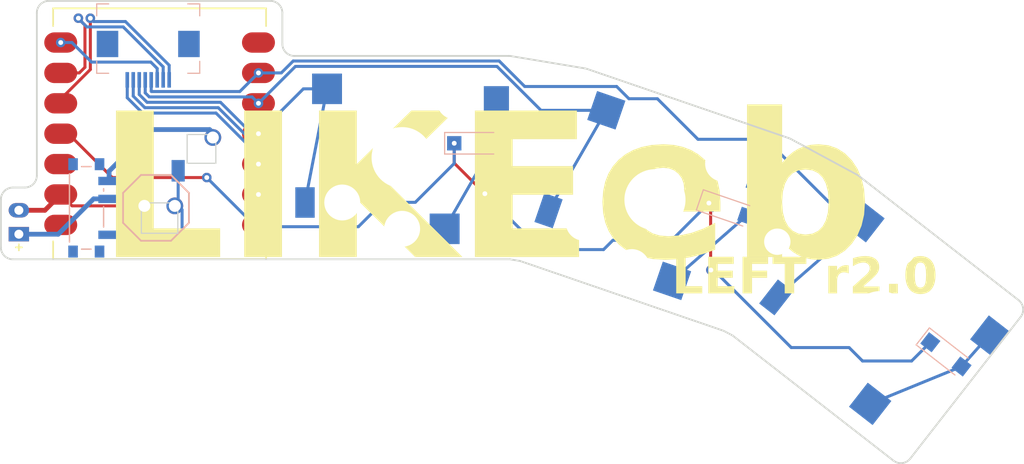
<source format=kicad_pcb>
(kicad_pcb (version 20221018) (generator pcbnew)
  (title_block (title "left_thumbs") (rev "rev1.4") (company "nikservik"))
  (layers (0 "F.Cu" signal) (31 "B.Cu" signal) (34 "B.Paste" user) (35 "F.Paste" user) (36 "B.SilkS" user "B.Silkscreen") (37 "F.SilkS" user "F.Silkscreen") (38 "B.Mask" user) (39 "F.Mask" user) (44 "Edge.Cuts" user))
  (net 0 "")
  (net 1 "C3")
  (net 2 "R4")
  (net 3 "S1_s2d")
  (net 4 "C4")
  (net 5 "S2_s2d")
  (net 6 "C5")
  (net 7 "S3_s2d")
  (net 8 "P0")
  (net 9 "C1")
  (net 10 "C2")
  (net 11 "P6")
  (net 12 "R1")
  (net 13 "R2")
  (net 14 "R3")
  (net 15 "RAW3V3")
  (net 16 "GND")
  (net 17 "RAW5V")
  (net 18 "BATP")
  (net 19 "RST")
  (net 20 "BAT_P")
  (footprint "E73:SW_TACT_ALPS_SKQGABE010" (layer "F.Cu") (at 219.741967 46.08441 90)
    (fp_text reference "B1" hide)
    (fp_text value "" hide)
    (fp_line (start -2.75 -1.25) (end -2.75 1.25) (stroke (width 0.15)) (layer "B.SilkS"))
    (fp_line (start -2.75 -1.25) (end -1.25 -2.75) (stroke (width 0.15)) (layer "B.SilkS"))
    (fp_line (start -2.75 1.25) (end -1.25 2.75) (stroke (width 0.15)) (layer "B.SilkS"))
    (fp_line (start -1.25 -2.75) (end 1.25 -2.75) (stroke (width 0.15)) (layer "B.SilkS"))
    (fp_line (start -1.25 2.75) (end 1.25 2.75) (stroke (width 0.15)) (layer "B.SilkS"))
    (fp_line (start 2.75 -1.25) (end 1.25 -2.75) (stroke (width 0.15)) (layer "B.SilkS"))
    (fp_line (start 2.75 -1.25) (end 2.75 1.25) (stroke (width 0.15)) (layer "B.SilkS"))
    (fp_line (start 2.75 1.25) (end 1.25 2.75) (stroke (width 0.15)) (layer "B.SilkS"))
    (pad "1" smd rect (at -3.1 -1.85 90) (size 1.8 1.1) (layers "B.Cu" "B.Paste" "B.Mask") (net 16 "GND"))
    (pad "1" smd rect (at 3.1 -1.85 90) (size 1.8 1.1) (layers "B.Cu" "B.Paste" "B.Mask") (net 16 "GND"))
    (pad "2" smd rect (at -3.1 1.85 90) (size 1.8 1.1) (layers "B.Cu" "B.Paste" "B.Mask") (net 19 "RST"))
    (pad "2" smd rect (at 3.1 1.85 90) (size 1.8 1.1) (layers "B.Cu" "B.Paste" "B.Mask") (net 19 "RST"))
  )
  (footprint "KS33PG1353" (layer "F.Cu") (at 280.224404 55.589614 -37.904)
    (fp_text reference "S3" hide)
    (fp_text value "" hide)
    (pad "" np_thru_hole circle (at -5 3.75) (size 3 3) (drill 3) (layers "*.Cu" "*.Mask"))
    (pad "" np_thru_hole circle (at -2.6 -5.75) (size 3 3) (drill 3) (layers "*.Cu" "*.Mask"))
    (pad "" np_thru_hole circle (at 0 0) (size 5.1 5.1) (drill 5.1) (layers "*.Cu" "*.Mask"))
    (pad "" np_thru_hole circle (at 0 5.95) (size 3 3) (drill 3) (layers "*.Cu" "*.Mask"))
    (pad "" np_thru_hole circle (at 4.4 -4.7) (size 3 3) (drill 3) (layers "*.Cu" "*.Mask"))
    (pad "1" smd rect (at -6.27 -5.75 322.096) (size 2.5 2.55) (layers "B.Cu" "B.Paste" "B.Mask") (net 6 "C5"))
    (pad "1" smd rect (at 3.55 5.95 322.096) (size 2.5 2.55) (layers "B.Cu" "B.Paste" "B.Mask") (net 7 "S3_s2d"))
    (pad "2" smd rect (at -8.11 3.75 322.096) (size 1.62 2.55) (layers "B.Cu" "B.Paste" "B.Mask") (net 6 "C5"))
    (pad "2" smd rect (at 7.87 -4.7 322.096) (size 2.1 2.55) (layers "B.Cu" "B.Paste" "B.Mask") (net 7 "S3_s2d"))
  )
  (footprint "Seeeduino XIAO nRF52840" (layer "F.Cu") (at 220.041967 39.88441 180)
    (fp_text reference "_1" hide)
    (fp_text value "" hide)
    (fp_line (start -8.89 -10.48) (end -8.89 -9) (stroke (width 0.15)) (layer "F.SilkS"))
    (fp_line (start -8.89 10.48) (end -8.89 9) (stroke (width 0.15)) (layer "F.SilkS"))
    (fp_line (start -8.89 10.48) (end 8.89 10.48) (stroke (width 0.15)) (layer "F.SilkS"))
    (fp_line (start 8.89 -10.48) (end -8.89 -10.48) (stroke (width 0.15)) (layer "F.SilkS"))
    (fp_line (start 8.89 -10.48) (end 8.89 -9) (stroke (width 0.15)) (layer "F.SilkS"))
    (fp_line (start 8.89 10.48) (end 8.89 9) (stroke (width 0.15)) (layer "F.SilkS"))
    (fp_line (start -4.695 -2.472) (end -2.3 -2.472) (stroke (width 0.1)) (layer "Edge.Cuts"))
    (fp_line (start -4.695 -0.567) (end -4.695 -2.472) (stroke (width 0.1)) (layer "Edge.Cuts"))
    (fp_line (start -4.195 -0.567) (end -4.695 -0.567) (stroke (width 0.1)) (layer "Edge.Cuts"))
    (fp_line (start -4.195 -0.067) (end -4.195 -0.567) (stroke (width 0.1)) (layer "Edge.Cuts"))
    (fp_line (start -2.3 -2.472) (end -2.3 -0.067) (stroke (width 0.1)) (layer "Edge.Cuts"))
    (fp_line (start -2.3 -0.067) (end -4.195 -0.067) (stroke (width 0.1)) (layer "Edge.Cuts"))
    (fp_line (start -1.52 -8.322) (end 1.52 -8.322) (stroke (width 0.1)) (layer "Edge.Cuts"))
    (fp_line (start -1.52 -6.282) (end -1.52 -8.322) (stroke (width 0.1)) (layer "Edge.Cuts"))
    (fp_line (start -1.02 -6.282) (end -1.52 -6.282) (stroke (width 0.1)) (layer "Edge.Cuts"))
    (fp_line (start -1.02 -5.782) (end -1.02 -6.282) (stroke (width 0.1)) (layer "Edge.Cuts"))
    (fp_line (start 1.02 -6.282) (end 1.02 -5.782) (stroke (width 0.1)) (layer "Edge.Cuts"))
    (fp_line (start 1.02 -5.782) (end -1.02 -5.782) (stroke (width 0.1)) (layer "Edge.Cuts"))
    (fp_line (start 1.52 -8.322) (end 1.52 -6.282) (stroke (width 0.1)) (layer "Edge.Cuts"))
    (fp_line (start 1.52 -6.282) (end 1.02 -6.282) (stroke (width 0.1)) (layer "Edge.Cuts"))
    (pad "" thru_hole circle (at -4.445 -0.317) (size 1.4 1.4) (drill 1) (layers "*.Cu" "*.Mask") (net 18 "BATP"))
    (pad "" thru_hole circle (at -1.27 -6.033) (size 1.4 1.4) (drill 1) (layers "*.Cu" "*.Mask") (net 19 "RST"))
    (pad "" thru_hole circle (at 1.27 -6.033) (size 1.4 1.4) (drill 1) (layers "*.Cu" "*.Mask") (net 16 "GND"))
    (pad "1" smd oval (at -8.255 -7.62 180) (size 2.75 1.7) (layers "F.Cu" "F.Paste" "F.Mask") (net 8 "P0"))
    (pad "2" smd oval (at -8.255 -5.08 180) (size 2.75 1.7) (layers "F.Cu" "F.Paste" "F.Mask") (net 9 "C1"))
    (pad "3" smd oval (at -8.255 -2.54 180) (size 2.75 1.7) (layers "F.Cu" "F.Paste" "F.Mask") (net 10 "C2"))
    (pad "4" smd oval (at -8.255 0 180) (size 2.75 1.7) (layers "F.Cu" "F.Paste" "F.Mask") (net 1 "C3"))
    (pad "5" smd oval (at -8.255 2.54 180) (size 2.75 1.7) (layers "F.Cu" "F.Paste" "F.Mask") (net 4 "C4"))
    (pad "6" smd oval (at -8.255 5.08 180) (size 2.75 1.7) (layers "F.Cu" "F.Paste" "F.Mask") (net 6 "C5"))
    (pad "7" smd oval (at -8.255 7.62 180) (size 2.75 1.7) (layers "F.Cu" "F.Paste" "F.Mask") (net 11 "P6"))
    (pad "8" smd oval (at 8.255 7.62 180) (size 2.75 1.7) (layers "F.Cu" "F.Paste" "F.Mask") (net 12 "R1"))
    (pad "9" smd oval (at 8.255 5.08 180) (size 2.75 1.7) (layers "F.Cu" "F.Paste" "F.Mask") (net 13 "R2"))
    (pad "10" smd oval (at 8.255 2.54 180) (size 2.75 1.7) (layers "F.Cu" "F.Paste" "F.Mask") (net 14 "R3"))
    (pad "11" smd oval (at 8.255 0 180) (size 2.75 1.7) (layers "F.Cu" "F.Paste" "F.Mask") (net 2 "R4"))
    (pad "12" smd oval (at 8.255 -2.54 180) (size 2.75 1.7) (layers "F.Cu" "F.Paste" "F.Mask") (net 15 "RAW3V3"))
    (pad "13" smd oval (at 8.255 -5.08 180) (size 2.75 1.7) (layers "F.Cu" "F.Paste" "F.Mask") (net 16 "GND"))
    (pad "14" smd oval (at 8.255 -7.62 180) (size 2.75 1.7) (layers "F.Cu" "F.Paste" "F.Mask") (net 17 "RAW5V"))
  )
  (footprint "MountingHole_2.2mm_M2_Pad_Via" (layer "F.Cu") (at 271.61651 48.91199 -18.952)
    (fp_text reference "_3" hide)
    (fp_text value "" (at 0 0 -18.952) (layer "F.SilkS") (effects (font (size 1.27 1.27))))
    (pad "" np_thru_hole circle (at 0 0) (size 2.2 2.2) (drill 2.2) (layers "*.Cu" "*.Mask"))
  )
  (footprint "KS33PG1353" (layer "F.Cu") (at 261.401967 45.40441 -18.952)
    (fp_text reference "S2" hide)
    (fp_text value "" hide)
    (pad "" np_thru_hole circle (at -5 3.75) (size 3 3) (drill 3) (layers "*.Cu" "*.Mask"))
    (pad "" np_thru_hole circle (at -2.6 -5.75) (size 3 3) (drill 3) (layers "*.Cu" "*.Mask"))
    (pad "" np_thru_hole circle (at 0 0) (size 5.1 5.1) (drill 5.1) (layers "*.Cu" "*.Mask"))
    (pad "" np_thru_hole circle (at 0 5.95) (size 3 3) (drill 3) (layers "*.Cu" "*.Mask"))
    (pad "" np_thru_hole circle (at 4.4 -4.7) (size 3 3) (drill 3) (layers "*.Cu" "*.Mask"))
    (pad "1" smd rect (at -6.27 -5.75 341.048) (size 2.5 2.55) (layers "B.Cu" "B.Paste" "B.Mask") (net 4 "C4"))
    (pad "1" smd rect (at 3.55 5.95 341.048) (size 2.5 2.55) (layers "B.Cu" "B.Paste" "B.Mask") (net 5 "S2_s2d"))
    (pad "2" smd rect (at -8.11 3.75 341.048) (size 1.62 2.55) (layers "B.Cu" "B.Paste" "B.Mask") (net 4 "C4"))
    (pad "2" smd rect (at 7.87 -4.7 341.048) (size 2.1 2.55) (layers "B.Cu" "B.Paste" "B.Mask") (net 5 "S2_s2d"))
  )
  (footprint "BatteryPad" (layer "F.Cu") (at 208.291967 47.28441 90)
    (fp_text reference "BAT1" hide)
    (fp_text value "" hide)
    (fp_line (start -2.1 -0.25) (end -2.1 0.25) (stroke (width 0.15)) (layer "F.SilkS"))
    (fp_line (start -1.85 0) (end -2.35 0) (stroke (width 0.15)) (layer "F.SilkS"))
    (pad "1" thru_hole rect (at -1 0 90) (size 1.2 1.7) (drill 0.75) (layers "*.Cu" "*.Mask") (net 20 "BAT_P"))
    (pad "2" thru_hole oval (at 1 0 90) (size 1.2 1.7) (drill 0.75) (layers "*.Cu" "*.Mask") (net 16 "GND"))
  )
  (footprint "power_switch" (layer "F.Cu") (at 213.941967 46.08441 180)
    (fp_text reference "" (at 0 0 180) (layer "F.SilkS") (effects (font (size 1.27 1.27))))
    (fp_text value "" (at 0 0 180) (layer "F.SilkS") (effects (font (size 1.27 1.27))))
    (fp_line (start -1.425 -1.6) (end -1.425 0.1) (stroke (width 0.12)) (layer "B.SilkS"))
    (fp_line (start -1.425 1.4) (end -1.425 1.6) (stroke (width 0.12)) (layer "B.SilkS"))
    (fp_line (start -0.375 -3.45) (end 0.415 -3.45) (stroke (width 0.12)) (layer "B.SilkS"))
    (fp_line (start 0.415 3.45) (end -0.375 3.45) (stroke (width 0.12)) (layer "B.SilkS"))
    (fp_line (start 1.425 -2.85) (end 1.425 2.85) (stroke (width 0.12)) (layer "B.SilkS"))
    (pad "" smd rect (at -1.085 -3.65 90) (size 1 0.8) (layers "B.Cu" "B.Paste" "B.Mask"))
    (pad "" smd rect (at -1.085 3.65 90) (size 1 0.8) (layers "B.Cu" "B.Paste" "B.Mask"))
    (pad "" np_thru_hole circle (at 0.025 -1.5 270) (size 0.9 0.9) (drill 0.9) (layers "*.Cu" "*.Mask"))
    (pad "" np_thru_hole circle (at 0.025 1.5 270) (size 0.9 0.9) (drill 0.9) (layers "*.Cu" "*.Mask"))
    (pad "" smd rect (at 1.125 -3.65 90) (size 1 0.8) (layers "B.Cu" "B.Paste" "B.Mask"))
    (pad "" smd rect (at 1.125 3.65 90) (size 1 0.8) (layers "B.Cu" "B.Paste" "B.Mask"))
    (pad "4" smd rect (at -1.735 2.25 90) (size 0.7 1.5) (layers "B.Cu" "B.Paste" "B.Mask") (net 18 "BATP"))
    (pad "5" smd rect (at -1.735 0.75 90) (size 0.7 1.5) (layers "B.Cu" "B.Paste" "B.Mask") (net 20 "BAT_P"))
    (pad "6" smd rect (at -1.735 -2.25 90) (size 0.7 1.5) (layers "B.Cu" "B.Paste" "B.Mask"))
  )
  (footprint "KS33PG1353" (layer "F.Cu") (at 240.291967 41.88441)
    (fp_text reference "S1" hide)
    (fp_text value "" hide)
    (pad "" np_thru_hole circle (at -5 3.75) (size 3 3) (drill 3) (layers "*.Cu" "*.Mask"))
    (pad "" np_thru_hole circle (at -2.6 -5.75) (size 3 3) (drill 3) (layers "*.Cu" "*.Mask"))
    (pad "" np_thru_hole circle (at 0 0) (size 5.1 5.1) (drill 5.1) (layers "*.Cu" "*.Mask"))
    (pad "" np_thru_hole circle (at 0 5.95) (size 3 3) (drill 3) (layers "*.Cu" "*.Mask"))
    (pad "" np_thru_hole circle (at 4.4 -4.7) (size 3 3) (drill 3) (layers "*.Cu" "*.Mask"))
    (pad "1" smd rect (at -6.27 -5.75) (size 2.5 2.55) (layers "B.Cu" "B.Paste" "B.Mask") (net 1 "C3"))
    (pad "1" smd rect (at 3.55 5.95) (size 2.5 2.55) (layers "B.Cu" "B.Paste" "B.Mask") (net 3 "S1_s2d"))
    (pad "2" smd rect (at -8.11 3.75) (size 1.62 2.55) (layers "B.Cu" "B.Paste" "B.Mask") (net 1 "C3"))
    (pad "2" smd rect (at 7.87 -4.7) (size 2.1 2.55) (layers "B.Cu" "B.Paste" "B.Mask") (net 3 "S1_s2d"))
  )
  (footprint "SmdDiode" (layer "B.Cu") (at 280.224404 55.589614 -37.904)
    (fp_text reference "" (at 0 0 -37.904) (layer "F.SilkS") (effects (font (size 1.27 1.27))))
    (fp_text value "" (at 0 0 -37.904) (layer "F.SilkS") (effects (font (size 1.27 1.27))))
    (fp_line (start 3.55 -2.1) (end 7.65 -2.1) (stroke (width 0.1)) (layer "B.SilkS"))
    (fp_line (start 3.55 -0.3) (end 3.55 -2.1) (stroke (width 0.1)) (layer "B.SilkS"))
    (fp_line (start 7.65 -0.3) (end 3.55 -0.3) (stroke (width 0.1)) (layer "B.SilkS"))
    (pad "1" smd rect (at 7.65 -1.2 322.096) (size 1.2 1.2) (layers "B.Cu" "B.Paste" "B.Mask") (net 7 "S3_s2d"))
    (pad "2" smd rect (at 4.35 -1.2 322.096) (size 1.2 1.2) (layers "B.Cu" "B.Paste" "B.Mask") (net 2 "R4"))
  )
  (footprint "SmdDiode" (layer "B.Cu") (at 261.401967 45.40441 -18.952)
    (fp_text reference "" (at 0 0 -18.952) (layer "F.SilkS") (effects (font (size 1.27 1.27))))
    (fp_text value "" (at 0 0 -18.952) (layer "F.SilkS") (effects (font (size 1.27 1.27))))
    (fp_line (start 3.55 -2.1) (end 7.65 -2.1) (stroke (width 0.1)) (layer "B.SilkS"))
    (fp_line (start 3.55 -0.3) (end 3.55 -2.1) (stroke (width 0.1)) (layer "B.SilkS"))
    (fp_line (start 7.65 -0.3) (end 3.55 -0.3) (stroke (width 0.1)) (layer "B.SilkS"))
    (pad "1" smd rect (at 7.65 -1.2 341.048) (size 1.2 1.2) (layers "B.Cu" "B.Paste" "B.Mask") (net 5 "S2_s2d"))
    (pad "2" smd rect (at 4.35 -1.2 341.048) (size 1.2 1.2) (layers "B.Cu" "B.Paste" "B.Mask") (net 2 "R4"))
  )
  (footprint "SmdDiode" (layer "B.Cu") (at 240.291967 41.88441)
    (fp_text reference "" (at 0 0) (layer "F.SilkS") (effects (font (size 1.27 1.27))))
    (fp_text value "" (at 0 0) (layer "F.SilkS") (effects (font (size 1.27 1.27))))
    (fp_line (start 3.55 -2.1) (end 7.65 -2.1) (stroke (width 0.1)) (layer "B.SilkS"))
    (fp_line (start 3.55 -0.3) (end 3.55 -2.1) (stroke (width 0.1)) (layer "B.SilkS"))
    (fp_line (start 7.65 -0.3) (end 3.55 -0.3) (stroke (width 0.1)) (layer "B.SilkS"))
    (pad "1" smd rect (at 7.65 -1.2) (size 1.2 1.2) (layers "B.Cu" "B.Paste" "B.Mask") (net 3 "S1_s2d"))
    (pad "2" smd rect (at 4.35 -1.2) (size 1.2 1.2) (layers "B.Cu" "B.Paste" "B.Mask") (net 2 "R4"))
  )
  (footprint "HKW FPC Socket" (layer "B.Cu") (at 219.091967 32.38441)
    (fp_text reference "_2" hide)
    (fp_text value "" hide)
    (fp_line (start -4.3 -3.35) (end -4.3 -2.35) (stroke (width 0.1)) (layer "B.SilkS"))
    (fp_line (start -4.3 -3.35) (end -3.3 -3.35) (stroke (width 0.1)) (layer "B.SilkS"))
    (fp_line (start -4.3 2.45) (end -4.3 1.45) (stroke (width 0.1)) (layer "B.SilkS"))
    (fp_line (start -4.3 2.45) (end -3.3 2.45) (stroke (width 0.1)) (layer "B.SilkS"))
    (fp_line (start 4.3 -3.35) (end 3.3 -3.35) (stroke (width 0.1)) (layer "B.SilkS"))
    (fp_line (start 4.3 -3.35) (end 4.3 -2.35) (stroke (width 0.1)) (layer "B.SilkS"))
    (fp_line (start 4.3 2.45) (end 3.3 2.45) (stroke (width 0.1)) (layer "B.SilkS"))
    (fp_line (start 4.3 2.45) (end 4.3 1.45) (stroke (width 0.1)) (layer "B.SilkS"))
    (pad "" smd rect (at -3.4 0) (size 1.8 2.2) (layers "B.Cu" "B.Paste" "B.Mask"))
    (pad "" smd rect (at 3.4 0) (size 1.8 2.2) (layers "B.Cu" "B.Paste" "B.Mask"))
    (pad "1" smd rect (at -1.75 3) (size 0.3 1.3) (layers "B.Cu" "B.Paste" "B.Mask") (net 9 "C1"))
    (pad "2" smd rect (at -1.25 3) (size 0.3 1.3) (layers "B.Cu" "B.Paste" "B.Mask") (net 10 "C2"))
    (pad "3" smd rect (at -0.75 3) (size 0.3 1.3) (layers "B.Cu" "B.Paste" "B.Mask") (net 1 "C3"))
    (pad "4" smd rect (at -0.25 3) (size 0.3 1.3) (layers "B.Cu" "B.Paste" "B.Mask") (net 4 "C4"))
    (pad "5" smd rect (at 0.25 3) (size 0.3 1.3) (layers "B.Cu" "B.Paste" "B.Mask") (net 6 "C5"))
    (pad "6" smd rect (at 0.75 3) (size 0.3 1.3) (layers "B.Cu" "B.Paste" "B.Mask") (net 12 "R1"))
    (pad "7" smd rect (at 1.25 3) (size 0.3 1.3) (layers "B.Cu" "B.Paste" "B.Mask") (net 13 "R2"))
    (pad "8" smd rect (at 1.75 3) (size 0.3 1.3) (layers "B.Cu" "B.Paste" "B.Mask") (net 14 "R3"))
  )
  (gr_arc (start 209.791967 43.38441) (mid 209.499074 44.091517) (end 208.791967 44.38441) (stroke (width 0.15)) (layer "Edge.Cuts"))
  (gr_line (start 267.901141 56.767402) (end 281.314841 67.211187) (stroke (width 0.15)) (layer "Edge.Cuts"))
  (gr_arc (start 249.209355 33.38441) (mid 249.291687 33.387805) (end 249.373459 33.397967) (stroke (width 0.15)) (layer "Edge.Cuts"))
  (gr_arc (start 231.291967 33.38441) (mid 230.58486 33.091517) (end 230.291967 32.38441) (stroke (width 0.15)) (layer "Edge.Cuts"))
  (gr_line (start 208.791967 44.38441) (end 207.791967 44.38441) (stroke (width 0.15)) (layer "Edge.Cuts"))
  (gr_line (start 255.568417 34.428558) (end 249.373459 33.397967) (stroke (width 0.15)) (layer "Edge.Cuts"))
  (gr_arc (start 229.291967 28.78441) (mid 229.999074 29.077303) (end 230.291967 29.78441) (stroke (width 0.15)) (layer "Edge.Cuts"))
  (gr_line (start 249.291967 50.38441) (end 250.129253 50.52065) (stroke (width 0.15)) (layer "Edge.Cuts"))
  (gr_line (start 250.129253 50.52065) (end 267.153491 56.366617) (stroke (width 0.15)) (layer "Edge.Cuts"))
  (gr_line (start 267.153491 56.366617) (end 267.901141 56.767402) (stroke (width 0.15)) (layer "Edge.Cuts"))
  (gr_line (start 206.791967 45.38441) (end 206.791967 49.38441) (stroke (width 0.15)) (layer "Edge.Cuts"))
  (gr_line (start 231.291967 33.38441) (end 249.209355 33.38441) (stroke (width 0.15)) (layer "Edge.Cuts"))
  (gr_arc (start 206.791967 45.38441) (mid 207.08486 44.677303) (end 207.791967 44.38441) (stroke (width 0.15)) (layer "Edge.Cuts"))
  (gr_line (start 229.291967 28.78441) (end 210.791967 28.78441) (stroke (width 0.15)) (layer "Edge.Cuts"))
  (gr_line (start 209.791967 29.78441) (end 209.791967 43.38441) (stroke (width 0.15)) (layer "Edge.Cuts"))
  (gr_arc (start 209.791967 29.78441) (mid 210.08486 29.077303) (end 210.791967 28.78441) (stroke (width 0.15)) (layer "Edge.Cuts"))
  (gr_line (start 207.791967 50.38441) (end 249.291967 50.38441) (stroke (width 0.15)) (layer "Edge.Cuts"))
  (gr_arc (start 278.271778 43.314155) (mid 278.343038 43.356591) (end 278.410537 43.404786) (stroke (width 0.15)) (layer "Edge.Cuts"))
  (gr_line (start 278.271778 43.314155) (end 272.747353 40.327459) (stroke (width 0.15)) (layer "Edge.Cuts"))
  (gr_arc (start 282.718223 67.036485) (mid 282.052714 67.414486) (end 281.314841 67.211187) (stroke (width 0.15)) (layer "Edge.Cuts"))
  (gr_arc (start 291.758626 53.797487) (mid 292.136626 54.462996) (end 291.933327 55.200868) (stroke (width 0.15)) (layer "Edge.Cuts"))
  (gr_arc (start 272.596548 40.26134) (mid 272.673314 40.29129) (end 272.747353 40.327459) (stroke (width 0.15)) (layer "Edge.Cuts"))
  (gr_line (start 272.596548 40.26134) (end 255.729089 34.46921) (stroke (width 0.15)) (layer "Edge.Cuts"))
  (gr_line (start 282.718222 67.036486) (end 291.933327 55.200868) (stroke (width 0.15)) (layer "Edge.Cuts"))
  (gr_line (start 230.291967 32.38441) (end 230.291967 29.78441) (stroke (width 0.15)) (layer "Edge.Cuts"))
  (gr_line (start 291.758626 53.797486) (end 278.410537 43.404786) (stroke (width 0.15)) (layer "Edge.Cuts"))
  (gr_arc (start 255.568417 34.428558) (mid 255.649597 34.44555) (end 255.729089 34.46921) (stroke (width 0.15)) (layer "Edge.Cuts"))
  (gr_arc (start 207.791967 50.38441) (mid 207.08486 50.091517) (end 206.791967 49.38441) (stroke (width 0.15)) (layer "Edge.Cuts"))
  (gr_text "LIKEeb" (at 214.86 52.23) (layer "F.SilkS") (effects (font (size 12 12) (thickness 0.3) bold) (justify left bottom)))
  (gr_text "LEFT r2.0" (at 262.79 53.74) (layer "F.SilkS") (effects (font (size 3 3) (thickness 0.3) bold) (justify left bottom)))
  (via (at 228.296967 39.88441) (size 0.8) (drill 0.4) (layers "F.Cu" "B.Cu") (net 1))
  (segment (start 227.750806 39.88441) (end 228.296967 39.88441) (width 0.25) (layer "B.Cu") (net 1))
  (segment (start 218.341967 36.607202) (end 218.994765 37.26) (width 0.25) (layer "B.Cu") (net 1))
  (segment (start 225.126396 37.26) (end 227.750806 39.88441) (width 0.25) (layer "B.Cu") (net 1))
  (segment (start 234.021967 36.13441) (end 232.181967 45.63441) (width 0.25) (layer "B.Cu") (net 1))
  (segment (start 218.994765 37.26) (end 225.126396 37.26) (width 0.25) (layer "B.Cu") (net 1))
  (segment (start 232.046967 36.13441) (end 228.296967 39.88441) (width 0.25) (layer "B.Cu") (net 1))
  (segment (start 218.341967 35.38441) (end 218.341967 36.607202) (width 0.25) (layer "B.Cu") (net 1))
  (segment (start 234.021967 36.13441) (end 232.046967 36.13441) (width 0.25) (layer "B.Cu") (net 1))
  (segment (start 266.05 45.826347) (end 265.905889 45.682236) (width 0.25) (layer "F.Cu") (net 2))
  (segment (start 266.05 51.26) (end 266.05 45.826347) (width 0.25) (layer "F.Cu") (net 2))
  (segment (start 266.07 51.28) (end 266.05 51.26) (width 0.25) (layer "F.Cu") (net 2))
  (segment (start 223.98 43.55) (end 216.09 43.55) (width 0.25) (layer "F.Cu") (net 2))
  (segment (start 247.2 44.9) (end 244.641967 42.341967) (width 0.25) (layer "F.Cu") (net 2))
  (segment (start 212.42441 39.88441) (end 211.786967 39.88441) (width 0.25) (layer "F.Cu") (net 2))
  (segment (start 244.641967 42.341967) (end 244.641967 40.68441) (width 0.25) (layer "F.Cu") (net 2))
  (segment (start 216.09 43.55) (end 212.42441 39.88441) (width 0.25) (layer "F.Cu") (net 2))
  (via (at 265.905889 45.682236) (size 0.8) (drill 0.4) (layers "F.Cu" "B.Cu") (net 2))
  (via (at 223.98 43.55) (size 0.8) (drill 0.4) (layers "F.Cu" "B.Cu") (net 2))
  (via (at 244.641967 40.68441) (size 0.8) (drill 0.4) (layers "F.Cu" "B.Cu") (net 2))
  (via (at 266.07 51.28) (size 0.8) (drill 0.4) (layers "F.Cu" "B.Cu") (net 2))
  (via (at 247.2 44.9) (size 0.8) (drill 0.4) (layers "F.Cu" "B.Cu") (net 2))
  (segment (start 238.68 45.62) (end 236.64 47.66) (width 0.25) (layer "B.Cu") (net 2))
  (segment (start 236.64 47.66) (end 228.09 47.66) (width 0.25) (layer "B.Cu") (net 2))
  (segment (start 277.61 57.76) (end 278.73 58.88) (width 0.25) (layer "B.Cu") (net 2))
  (segment (start 257.89 48.79) (end 257.11 49.57) (width 0.25) (layer "B.Cu") (net 2))
  (segment (start 244.641967 40.68441) (end 244.641967 42.368033) (width 0.25) (layer "B.Cu") (net 2))
  (segment (start 251.87 49.57) (end 247.2 44.9) (width 0.25) (layer "B.Cu") (net 2))
  (segment (start 257.11 49.57) (end 251.87 49.57) (width 0.25) (layer "B.Cu") (net 2))
  (segment (start 272.78 57.76) (end 277.61 57.76) (width 0.25) (layer "B.Cu") (net 2))
  (segment (start 282.829087 58.88) (end 284.393942 57.315145) (width 0.25) (layer "B.Cu") (net 2))
  (segment (start 265.905889 45.682236) (end 262.798125 48.79) (width 0.25) (layer "B.Cu") (net 2))
  (segment (start 266.3 51.28) (end 272.78 57.76) (width 0.25) (layer "B.Cu") (net 2))
  (segment (start 262.798125 48.79) (end 257.89 48.79) (width 0.25) (layer "B.Cu") (net 2))
  (segment (start 241.39 45.62) (end 238.68 45.62) (width 0.25) (layer "B.Cu") (net 2))
  (segment (start 244.641967 42.368033) (end 241.39 45.62) (width 0.25) (layer "B.Cu") (net 2))
  (segment (start 278.73 58.88) (end 282.829087 58.88) (width 0.25) (layer "B.Cu") (net 2))
  (segment (start 266.07 51.28) (end 266.3 51.28) (width 0.25) (layer "B.Cu") (net 2))
  (segment (start 228.09 47.66) (end 223.98 43.55) (width 0.25) (layer "B.Cu") (net 2))
  (segment (start 247.941967 40.68441) (end 243.841967 47.83441) (width 0.25) (layer "B.Cu") (net 3))
  (segment (start 248.161967 37.18441) (end 247.941967 40.68441) (width 0.25) (layer "B.Cu") (net 3))
  (via (at 228.296967 37.34441) (size 0.8) (drill 0.4) (layers "F.Cu" "B.Cu") (net 4))
  (segment (start 257.339319 37.929767) (end 252.513693 46.317194) (width 0.25) (layer "B.Cu") (net 4))
  (segment (start 219.181161 36.81) (end 227.762557 36.81) (width 0.25) (layer "B.Cu") (net 4))
  (segment (start 218.841967 35.38441) (end 218.841967 36.470806) (width 0.25) (layer "B.Cu") (net 4))
  (segment (start 251.882324 37.929767) (end 248.211967 34.25941) (width 0.25) (layer "B.Cu") (net 4))
  (segment (start 218.841967 36.470806) (end 219.181161 36.81) (width 0.25) (layer "B.Cu") (net 4))
  (segment (start 231.381967 34.25941) (end 228.296967 37.34441) (width 0.25) (layer "B.Cu") (net 4))
  (segment (start 227.762557 36.81) (end 228.296967 37.34441) (width 0.25) (layer "B.Cu") (net 4))
  (segment (start 257.339319 37.929767) (end 251.882324 37.929767) (width 0.25) (layer "B.Cu") (net 4))
  (segment (start 248.211967 34.25941) (end 231.381967 34.25941) (width 0.25) (layer "B.Cu") (net 4))
  (segment (start 270.371789 43.515179) (end 269.026999 46.753997) (width 0.25) (layer "B.Cu") (net 5))
  (segment (start 269.026999 46.753997) (end 262.827109 52.184821) (width 0.25) (layer "B.Cu") (net 5))
  (via (at 228.296967 34.80441) (size 0.8) (drill 0.4) (layers "F.Cu" "B.Cu") (net 6))
  (segment (start 264.99 40.35) (end 261.6 36.96) (width 0.25) (layer "B.Cu") (net 6))
  (segment (start 248.398363 33.80941) (end 231.195571 33.80941) (width 0.25) (layer "B.Cu") (net 6))
  (segment (start 278.809572 47.200714) (end 277.520714 47.200714) (width 0.25) (layer "B.Cu") (net 6))
  (segment (start 277.520714 47.200714) (end 270.67 40.35) (width 0.25) (layer "B.Cu") (net 6))
  (segment (start 278.809572 47.200714) (end 271.521504 53.566219) (width 0.25) (layer "B.Cu") (net 6))
  (segment (start 231.195571 33.80941) (end 230.200571 34.80441) (width 0.25) (layer "B.Cu") (net 6))
  (segment (start 230.200571 34.80441) (end 228.296967 34.80441) (width 0.25) (layer "B.Cu") (net 6))
  (segment (start 219.341967 36.33441) (end 219.366967 36.35941) (width 0.25) (layer "B.Cu") (net 6))
  (segment (start 258.205415 35.94) (end 250.528953 35.94) (width 0.25) (layer "B.Cu") (net 6))
  (segment (start 219.341967 35.38441) (end 219.341967 36.33441) (width 0.25) (layer "B.Cu") (net 6))
  (segment (start 261.6 36.96) (end 259.225415 36.96) (width 0.25) (layer "B.Cu") (net 6))
  (segment (start 219.366967 36.35941) (end 226.741967 36.35941) (width 0.25) (layer "B.Cu") (net 6))
  (segment (start 250.528953 35.94) (end 248.398363 33.80941) (width 0.25) (layer "B.Cu") (net 6))
  (segment (start 259.225415 36.96) (end 258.205415 35.94) (width 0.25) (layer "B.Cu") (net 6))
  (segment (start 270.67 40.35) (end 264.99 40.35) (width 0.25) (layer "B.Cu") (net 6))
  (segment (start 226.741967 36.35941) (end 228.296967 34.80441) (width 0.25) (layer "B.Cu") (net 6))
  (segment (start 289.321557 56.715979) (end 286.997777 59.342468) (width 0.25) (layer "B.Cu") (net 7))
  (segment (start 286.997777 59.342468) (end 279.370175 62.465317) (width 0.25) (layer "B.Cu") (net 7))
  (via (at 228.296967 44.96441) (size 0.8) (drill 0.4) (layers "F.Cu" "B.Cu") (net 9))
  (segment (start 218.621973 38.16) (end 224.753604 38.16) (width 0.25) (layer "B.Cu") (net 9))
  (segment (start 224.753604 38.16) (end 227.571967 40.978363) (width 0.25) (layer "B.Cu") (net 9))
  (segment (start 217.341967 35.38441) (end 217.341967 36.879994) (width 0.25) (layer "B.Cu") (net 9))
  (segment (start 227.571967 44.23941) (end 228.296967 44.96441) (width 0.25) (layer "B.Cu") (net 9))
  (segment (start 227.571967 40.978363) (end 227.571967 44.23941) (width 0.25) (layer "B.Cu") (net 9))
  (segment (start 217.341967 36.879994) (end 218.621973 38.16) (width 0.25) (layer "B.Cu") (net 9))
  (via (at 228.296967 42.42441) (size 0.8) (drill 0.4) (layers "F.Cu" "B.Cu") (net 10))
  (segment (start 224.94 37.71) (end 228.296967 41.066967) (width 0.25) (layer "B.Cu") (net 10))
  (segment (start 218.808369 37.71) (end 224.94 37.71) (width 0.25) (layer "B.Cu") (net 10))
  (segment (start 217.841967 36.743598) (end 218.808369 37.71) (width 0.25) (layer "B.Cu") (net 10))
  (segment (start 217.841967 35.38441) (end 217.841967 36.743598) (width 0.25) (layer "B.Cu") (net 10))
  (segment (start 228.296967 41.066967) (end 228.296967 42.42441) (width 0.25) (layer "B.Cu") (net 10))
  (via (at 211.786967 32.26441) (size 0.8) (drill 0.4) (layers "F.Cu" "B.Cu") (net 12))
  (segment (start 219.841967 34.43441) (end 219.307557 33.9) (width 0.25) (layer "B.Cu") (net 12))
  (segment (start 219.841967 35.38441) (end 219.841967 34.43441) (width 0.25) (layer "B.Cu") (net 12))
  (segment (start 219.307557 33.9) (end 214.36 33.9) (width 0.25) (layer "B.Cu") (net 12))
  (segment (start 212.72441 32.26441) (end 211.786967 32.26441) (width 0.25) (layer "B.Cu") (net 12))
  (segment (start 214.36 33.9) (end 212.72441 32.26441) (width 0.25) (layer "B.Cu") (net 12))
  (segment (start 213.260511 30.260726) (end 213.81 30.810215) (width 0.25) (layer "F.Cu") (net 13))
  (segment (start 213.81 30.810215) (end 213.81 34.331682) (width 0.25) (layer "F.Cu") (net 13))
  (segment (start 213.337272 34.80441) (end 211.786967 34.80441) (width 0.25) (layer "F.Cu") (net 13))
  (segment (start 213.81 34.331682) (end 213.337272 34.80441) (width 0.25) (layer "F.Cu") (net 13))
  (segment (start 213.260511 30.229744) (end 213.260511 30.260726) (width 0.25) (layer "F.Cu") (net 13))
  (via (at 213.260511 30.229744) (size 0.8) (drill 0.4) (layers "F.Cu" "B.Cu") (net 13))
  (segment (start 213.535 30.504233) (end 213.535 30.535215) (width 0.25) (layer "B.Cu") (net 13))
  (segment (start 213.260511 30.229744) (end 213.535 30.504233) (width 0.25) (layer "B.Cu") (net 13))
  (segment (start 213.535 30.535215) (end 213.959195 30.95941) (width 0.25) (layer "B.Cu") (net 13))
  (segment (start 217.003363 30.95941) (end 220.341967 34.298014) (width 0.25) (layer "B.Cu") (net 13))
  (segment (start 213.959195 30.95941) (end 217.003363 30.95941) (width 0.25) (layer "B.Cu") (net 13))
  (segment (start 220.341967 34.298014) (end 220.341967 35.38441) (width 0.25) (layer "B.Cu") (net 13))
  (segment (start 214.26 30.23491) (end 214.26 34.518078) (width 0.25) (layer "F.Cu") (net 14))
  (segment (start 214.26 34.518078) (end 211.786967 36.991111) (width 0.25) (layer "F.Cu") (net 14))
  (segment (start 211.786967 36.991111) (end 211.786967 37.34441) (width 0.25) (layer "F.Cu") (net 14))
  (via (at 214.26 30.23491) (size 0.8) (drill 0.4) (layers "F.Cu" "B.Cu") (net 14))
  (segment (start 214.5345 30.50941) (end 214.26 30.23491) (width 0.25) (layer "B.Cu") (net 14))
  (segment (start 217.189759 30.50941) (end 214.5345 30.50941) (width 0.25) (layer "B.Cu") (net 14))
  (segment (start 220.841967 34.161618) (end 217.189759 30.50941) (width 0.25) (layer "B.Cu") (net 14))
  (segment (start 220.841967 35.38441) (end 220.841967 34.161618) (width 0.25) (layer "B.Cu") (net 14))
  (segment (start 210.466967 46.28441) (end 211.786967 44.96441) (width 0.4) (layer "F.Cu") (net 16))
  (segment (start 212.739967 45.91741) (end 211.786967 44.96441) (width 0.25) (layer "F.Cu") (net 16))
  (segment (start 208.291967 46.28441) (end 210.466967 46.28441) (width 0.4) (layer "F.Cu") (net 16))
  (segment (start 218.771967 45.91741) (end 212.739967 45.91741) (width 0.25) (layer "F.Cu") (net 16))
  (segment (start 217.891967 42.98441) (end 217.891967 45.03741) (width 0.25) (layer "B.Cu") (net 16))
  (segment (start 218.488124 45.91741) (end 218.771967 45.91741) (width 0.25) (layer "B.Cu") (net 16))
  (segment (start 217.891967 45.03741) (end 218.771967 45.91741) (width 0.25) (layer "B.Cu") (net 16))
  (segment (start 217.891967 46.513567) (end 218.488124 45.91741) (width 0.25) (layer "B.Cu") (net 16))
  (segment (start 217.891967 49.18441) (end 217.891967 46.513567) (width 0.25) (layer "B.Cu") (net 16))
  (segment (start 224.214466 39.54) (end 224.511967 39.837501) (width 0.4) (layer "B.Cu") (net 18))
  (segment (start 215.826967 43.013033) (end 219.3 39.54) (width 0.4) (layer "B.Cu") (net 18))
  (segment (start 215.826967 43.68441) (end 215.826967 43.013033) (width 0.4) (layer "B.Cu") (net 18))
  (segment (start 224.511967 39.837501) (end 224.511967 40.17641) (width 0.4) (layer "B.Cu") (net 18))
  (segment (start 215.676967 43.83441) (end 215.826967 43.68441) (width 0.4) (layer "B.Cu") (net 18))
  (segment (start 219.3 39.54) (end 224.214466 39.54) (width 0.4) (layer "B.Cu") (net 18))
  (segment (start 221.591967 49.18441) (end 221.92 48.856377) (width 0.25) (layer "B.Cu") (net 19))
  (segment (start 221.92 48.856377) (end 221.92 46.2416) (width 0.25) (layer "B.Cu") (net 19))
  (segment (start 221.591967 45.63741) (end 221.311967 45.91741) (width 0.25) (layer "B.Cu") (net 19))
  (segment (start 221.591967 42.98441) (end 221.591967 45.63741) (width 0.25) (layer "B.Cu") (net 19))
  (segment (start 221.92 46.2416) (end 221.59581 45.91741) (width 0.25) (layer "B.Cu") (net 19))
  (segment (start 221.59581 45.91741) (end 221.311967 45.91741) (width 0.25) (layer "B.Cu") (net 19))
  (segment (start 211.576967 48.28441) (end 208.291967 48.28441) (width 0.4) (layer "B.Cu") (net 20))
  (segment (start 214.526967 45.33441) (end 211.576967 48.28441) (width 0.4) (layer "B.Cu") (net 20))
  (segment (start 215.676967 45.33441) (end 214.526967 45.33441) (width 0.4) (layer "B.Cu") (net 20))
)
</source>
